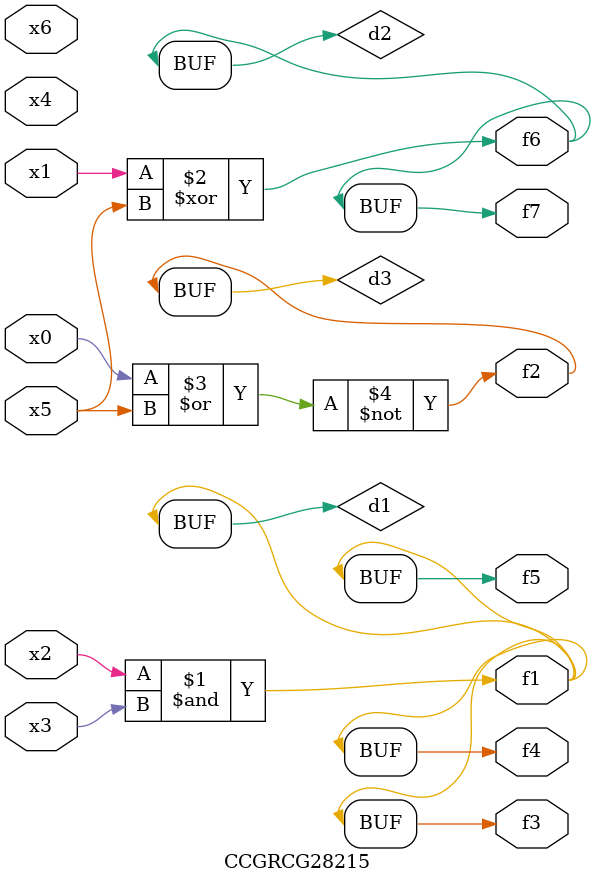
<source format=v>
module CCGRCG28215(
	input x0, x1, x2, x3, x4, x5, x6,
	output f1, f2, f3, f4, f5, f6, f7
);

	wire d1, d2, d3;

	and (d1, x2, x3);
	xor (d2, x1, x5);
	nor (d3, x0, x5);
	assign f1 = d1;
	assign f2 = d3;
	assign f3 = d1;
	assign f4 = d1;
	assign f5 = d1;
	assign f6 = d2;
	assign f7 = d2;
endmodule

</source>
